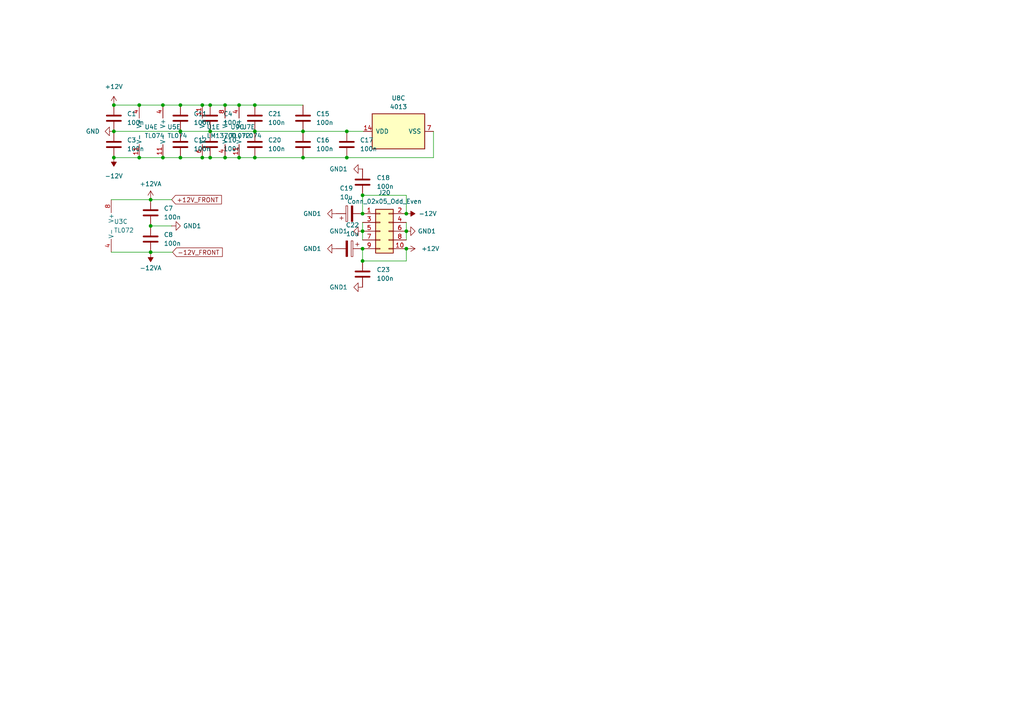
<source format=kicad_sch>
(kicad_sch (version 20250114) (generator "eeschema") (generator_version "9.0")
  (paper "A4")
  (lib_symbols
    (symbol "4xxx:4013" (pin_names (offset 1.016))
      (property "Reference" "U" (at -7.62 8.89 0))
      (property "Value" "4013" (at -7.62 -8.89 0))
      (symbol "4013_1_1"
        (rectangle (start -5.08 5.08) (end 5.08 -5.08) (stroke (width 0.254)) (fill (type background)))
        (pin input line (at -7.62 2.54 0) (length 2.54) (name "D") (number "5"))
        (pin input clock (at -7.62 0 0) (length 2.54) (name "C") (number "3"))
        (pin input line (at 0 7.62 270) (length 2.54) (name "S") (number "6"))
        (pin input line (at 0 -7.62 90) (length 2.54) (name "R") (number "4"))
        (pin output line (at 7.62 2.54 180) (length 2.54) (name "Q") (number "1"))
        (pin output line (at 7.62 -2.54 180) (length 2.54) (name "~{Q}") (number "2"))
      )
      (symbol "4013_2_1"
        (rectangle (start -5.08 5.08) (end 5.08 -5.08) (stroke (width 0.254)) (fill (type background)))
        (pin input line (at -7.62 2.54 0) (length 2.54) (name "D") (number "9"))
        (pin input clock (at -7.62 0 0) (length 2.54) (name "C") (number "11"))
        (pin input line (at 0 7.62 270) (length 2.54) (name "S") (number "8"))
        (pin input line (at 0 -7.62 90) (length 2.54) (name "R") (number "10"))
        (pin output line (at 7.62 2.54 180) (length 2.54) (name "Q") (number "13"))
        (pin output line (at 7.62 -2.54 180) (length 2.54) (name "~{Q}") (number "12"))
      )
      (symbol "4013_3_0"
        (pin power_in line (at 0 10.16 270) (length 2.54) (name "VDD") (number "14"))
        (pin power_in line (at 0 -10.16 90) (length 2.54) (name "VSS") (number "7"))
      )
      (symbol "4013_3_1"
        (rectangle (start -5.08 7.62) (end 5.08 -7.62) (stroke (width 0.254)) (fill (type background)))
      )
    )
    (symbol "Amplifier_Operational:LM13700" (pin_names (offset 0.127))
      (property "Reference" "U" (at 3.81 5.08 0))
      (property "Value" "LM13700" (at 5.08 -5.08 0))
      (symbol "LM13700_1_1"
        (polyline (pts (xy 3.81 -0.635) (xy 3.81 -2.54) (xy 5.08 -2.54)))
        (polyline (pts (xy 5.08 0) (xy -5.08 -5.08) (xy -5.08 5.08) (xy 5.08 0)) (stroke (width 0.254)) (fill (type background)))
        (pin input line (at -7.62 2.54 0) (length 2.54) (name "-") (number "13"))
        (pin input line (at -7.62 0 0) (length 2.54) (name "DIODE_BIAS") (number "15"))
        (pin input line (at -7.62 -2.54 0) (length 2.54) (name "+") (number "14"))
        (pin output line (at 7.62 0 180) (length 2.54) (name "~") (number "12"))
        (pin input line (at 7.62 -2.54 180) (length 2.54) (name "~") (number "16"))
      )
      (symbol "LM13700_2_0"
        (polyline (pts (xy -1.905 2.54) (xy -3.175 2.54)))
      )
      (symbol "LM13700_2_1"
        (polyline (pts (xy -3.81 1.27) (xy -3.81 -1.27)))
        (polyline (pts (xy -3.81 0.635) (xy -2.54 1.27) (xy -2.54 1.905) (xy -2.54 2.54)))
        (polyline (pts (xy -3.81 -0.635) (xy -2.54 -1.27)))
        (circle (center -2.54 1.905) (radius 0.254) (stroke (width 0.254)) (fill (type outline)))
        (polyline (pts (xy -2.54 0) (xy -2.54 -2.54)))
        (polyline (pts (xy -2.54 -0.635) (xy -1.27 0) (xy -1.27 1.905) (xy -2.54 1.905)))
        (polyline (pts (xy -2.54 -1.27) (xy -3.175 -0.635) (xy -3.175 -1.27) (xy -2.54 -1.27)) (fill (type outline)))
        (polyline (pts (xy -2.54 -1.905) (xy -1.27 -2.54)))
        (polyline (pts (xy -1.27 -2.54) (xy -1.905 -1.905) (xy -1.905 -2.54) (xy -1.27 -2.54)) (fill (type outline)))
        (text "V+" (at -2.54 3.81 0) (effects (font (size 1.27 1.27))))
        (pin input line (at -7.62 0 0) (length 3.81) (name "~") (number "10"))
        (pin output line (at 2.54 -2.54 180) (length 3.81) (name "~") (number "9"))
      )
      (symbol "LM13700_3_1"
        (polyline (pts (xy 3.81 -0.635) (xy 3.81 -2.54) (xy 5.08 -2.54)))
        (polyline (pts (xy 5.08 0) (xy -5.08 -5.08) (xy -5.08 5.08) (xy 5.08 0)) (stroke (width 0.254)) (fill (type background)))
        (pin input line (at -7.62 2.54 0) (length 2.54) (name "-") (number "4"))
        (pin input line (at -7.62 0 0) (length 2.54) (name "DIODE_BIAS") (number "2"))
        (pin input line (at -7.62 -2.54 0) (length 2.54) (name "+") (number "3"))
        (pin output line (at 7.62 0 180) (length 2.54) (name "~") (number "5"))
        (pin input line (at 7.62 -2.54 180) (length 2.54) (name "~") (number "1"))
      )
      (symbol "LM13700_4_0"
        (polyline (pts (xy -3.175 2.54) (xy -1.905 2.54)))
        (text "V+" (at -2.54 3.81 0) (effects (font (size 1.27 1.27))))
      )
      (symbol "LM13700_4_1"
        (polyline (pts (xy -3.81 1.27) (xy -3.81 -1.27)))
        (polyline (pts (xy -3.81 0.635) (xy -2.54 1.27) (xy -2.54 2.54)))
        (polyline (pts (xy -3.81 -0.635) (xy -2.54 -1.27)))
        (circle (center -2.54 1.905) (radius 0.254) (stroke (width 0.254)) (fill (type outline)))
        (polyline (pts (xy -2.54 0) (xy -2.54 -2.54)))
        (polyline (pts (xy -2.54 -0.635) (xy -1.27 0) (xy -1.27 1.905) (xy -2.54 1.905)))
        (polyline (pts (xy -2.54 -1.27) (xy -3.175 -0.635) (xy -3.175 -1.27) (xy -2.54 -1.27)) (fill (type outline)))
        (polyline (pts (xy -2.54 -1.905) (xy -1.27 -2.54)))
        (polyline (pts (xy -1.27 -2.54) (xy -1.905 -1.905) (xy -1.905 -2.54) (xy -1.27 -2.54)) (fill (type outline)))
        (pin input line (at -7.62 0 0) (length 3.81) (name "~") (number "7"))
        (pin output line (at 2.54 -2.54 180) (length 3.81) (name "~") (number "8"))
      )
      (symbol "LM13700_5_1"
        (pin power_in line (at -2.54 7.62 270) (length 3.81) (name "V+") (number "11"))
        (pin power_in line (at -2.54 -7.62 90) (length 3.81) (name "V-") (number "6"))
      )
    )
    (symbol "Amplifier_Operational:TL072" (pin_names (offset 0.127))
      (property "Reference" "U" (at 0 5.08 0))
      (property "Value" "TL072" (at 0 -5.08 0))
      (symbol "TL072_1_1"
        (polyline (pts (xy -5.08 5.08) (xy 5.08 0) (xy -5.08 -5.08) (xy -5.08 5.08)) (stroke (width 0.254)) (fill (type background)))
        (pin input line (at -7.62 2.54 0) (length 2.54) (name "+") (number "3"))
        (pin input line (at -7.62 -2.54 0) (length 2.54) (name "-") (number "2"))
        (pin output line (at 7.62 0 180) (length 2.54) (name "~") (number "1"))
      )
      (symbol "TL072_2_1"
        (polyline (pts (xy -5.08 5.08) (xy 5.08 0) (xy -5.08 -5.08) (xy -5.08 5.08)) (stroke (width 0.254)) (fill (type background)))
        (pin input line (at -7.62 2.54 0) (length 2.54) (name "+") (number "5"))
        (pin input line (at -7.62 -2.54 0) (length 2.54) (name "-") (number "6"))
        (pin output line (at 7.62 0 180) (length 2.54) (name "~") (number "7"))
      )
      (symbol "TL072_3_1"
        (pin power_in line (at -2.54 7.62 270) (length 3.81) (name "V+") (number "8"))
        (pin power_in line (at -2.54 -7.62 90) (length 3.81) (name "V-") (number "4"))
      )
    )
    (symbol "Amplifier_Operational:TL074" (pin_names (offset 0.127))
      (property "Reference" "U" (at 0 5.08 0))
      (property "Value" "TL074" (at 0 -5.08 0))
      (symbol "TL074_1_1"
        (polyline (pts (xy -5.08 5.08) (xy 5.08 0) (xy -5.08 -5.08) (xy -5.08 5.08)) (stroke (width 0.254)) (fill (type background)))
        (pin input line (at -7.62 2.54 0) (length 2.54) (name "+") (number "3"))
        (pin input line (at -7.62 -2.54 0) (length 2.54) (name "-") (number "2"))
        (pin output line (at 7.62 0 180) (length 2.54) (name "~") (number "1"))
      )
      (symbol "TL074_2_1"
        (polyline (pts (xy -5.08 5.08) (xy 5.08 0) (xy -5.08 -5.08) (xy -5.08 5.08)) (stroke (width 0.254)) (fill (type background)))
        (pin input line (at -7.62 2.54 0) (length 2.54) (name "+") (number "5"))
        (pin input line (at -7.62 -2.54 0) (length 2.54) (name "-") (number "6"))
        (pin output line (at 7.62 0 180) (length 2.54) (name "~") (number "7"))
      )
      (symbol "TL074_3_1"
        (polyline (pts (xy -5.08 5.08) (xy 5.08 0) (xy -5.08 -5.08) (xy -5.08 5.08)) (stroke (width 0.254)) (fill (type background)))
        (pin input line (at -7.62 2.54 0) (length 2.54) (name "+") (number "10"))
        (pin input line (at -7.62 -2.54 0) (length 2.54) (name "-") (number "9"))
        (pin output line (at 7.62 0 180) (length 2.54) (name "~") (number "8"))
      )
      (symbol "TL074_4_1"
        (polyline (pts (xy -5.08 5.08) (xy 5.08 0) (xy -5.08 -5.08) (xy -5.08 5.08)) (stroke (width 0.254)) (fill (type background)))
        (pin input line (at -7.62 2.54 0) (length 2.54) (name "+") (number "12"))
        (pin input line (at -7.62 -2.54 0) (length 2.54) (name "-") (number "13"))
        (pin output line (at 7.62 0 180) (length 2.54) (name "~") (number "14"))
      )
      (symbol "TL074_5_1"
        (pin power_in line (at -2.54 7.62 270) (length 3.81) (name "V+") (number "4"))
        (pin power_in line (at -2.54 -7.62 90) (length 3.81) (name "V-") (number "11"))
      )
    )
    (symbol "Connector_Generic:Conn_02x05_Odd_Even" (pin_names (offset 1.016) (hide yes))
      (property "Reference" "J" (at 1.27 7.62 0))
      (property "Value" "Conn_02x05_Odd_Even" (at 1.27 -7.62 0))
      (symbol "Conn_02x05_Odd_Even_1_1"
        (rectangle (start -1.27 6.35) (end 3.81 -6.35) (stroke (width 0.254)) (fill (type background)))
        (rectangle (start -1.27 5.207) (end 0 4.953) (stroke (width 0.1524)))
        (rectangle (start -1.27 2.667) (end 0 2.413) (stroke (width 0.1524)))
        (rectangle (start -1.27 0.127) (end 0 -0.127) (stroke (width 0.1524)))
        (rectangle (start -1.27 -2.413) (end 0 -2.667) (stroke (width 0.1524)))
        (rectangle (start -1.27 -4.953) (end 0 -5.207) (stroke (width 0.1524)))
        (rectangle (start 3.81 5.207) (end 2.54 4.953) (stroke (width 0.1524)))
        (rectangle (start 3.81 2.667) (end 2.54 2.413) (stroke (width 0.1524)))
        (rectangle (start 3.81 0.127) (end 2.54 -0.127) (stroke (width 0.1524)))
        (rectangle (start 3.81 -2.413) (end 2.54 -2.667) (stroke (width 0.1524)))
        (rectangle (start 3.81 -4.953) (end 2.54 -5.207) (stroke (width 0.1524)))
        (pin passive line (at -5.08 5.08 0) (length 3.81) (name "Pin_1") (number "1"))
        (pin passive line (at -5.08 2.54 0) (length 3.81) (name "Pin_3") (number "3"))
        (pin passive line (at -5.08 0 0) (length 3.81) (name "Pin_5") (number "5"))
        (pin passive line (at -5.08 -2.54 0) (length 3.81) (name "Pin_7") (number "7"))
        (pin passive line (at -5.08 -5.08 0) (length 3.81) (name "Pin_9") (number "9"))
        (pin passive line (at 7.62 5.08 180) (length 3.81) (name "Pin_2") (number "2"))
        (pin passive line (at 7.62 2.54 180) (length 3.81) (name "Pin_4") (number "4"))
        (pin passive line (at 7.62 0 180) (length 3.81) (name "Pin_6") (number "6"))
        (pin passive line (at 7.62 -2.54 180) (length 3.81) (name "Pin_8") (number "8"))
        (pin passive line (at 7.62 -5.08 180) (length 3.81) (name "Pin_10") (number "10"))
      )
    )
    (symbol "Device:C" (pin_numbers (hide yes)) (pin_names (offset 0.254))
      (property "Reference" "C" (at 0.635 2.54 0))
      (property "Value" "C" (at 0.635 -2.54 0))
      (symbol "C_0_1"
        (polyline (pts (xy -2.032 0.762) (xy 2.032 0.762)) (stroke (width 0.508)))
        (polyline (pts (xy -2.032 -0.762) (xy 2.032 -0.762)) (stroke (width 0.508)))
      )
      (symbol "C_1_1"
        (pin passive line (at 0 3.81 270) (length 2.794) (name "~") (number "1"))
        (pin passive line (at 0 -3.81 90) (length 2.794) (name "~") (number "2"))
      )
    )
    (symbol "Device:C_Polarized" (pin_numbers (hide yes)) (pin_names (offset 0.254))
      (property "Reference" "C" (at 0.635 2.54 0))
      (property "Value" "C_Polarized" (at 0.635 -2.54 0))
      (symbol "C_Polarized_0_1"
        (rectangle (start -2.286 0.508) (end 2.286 1.016))
        (polyline (pts (xy -1.778 2.286) (xy -0.762 2.286)))
        (polyline (pts (xy -1.27 2.794) (xy -1.27 1.778)))
        (rectangle (start 2.286 -0.508) (end -2.286 -1.016) (fill (type outline)))
      )
      (symbol "C_Polarized_1_1"
        (pin passive line (at 0 3.81 270) (length 2.794) (name "~") (number "1"))
        (pin passive line (at 0 -3.81 90) (length 2.794) (name "~") (number "2"))
      )
    )
    (symbol "EuroRackTools:+12V" (power) (pin_names (offset 0))
      (property "Value" "+12V" (at 0 3.556 0))
      (symbol "+12V_0_1"
        (polyline (pts (xy -0.762 1.27) (xy 0 2.54)))
        (polyline (pts (xy 0 2.54) (xy 0.762 1.27)))
        (polyline (pts (xy 0 0) (xy 0 2.54)))
      )
      (symbol "+12V_1_1"
        (pin power_in line (at 0 0 90) (length 0) (hide yes) (name "+12V") (number "1"))
      )
    )
    (symbol "EuroRackTools:-12V" (power) (pin_names (offset 0))
      (property "Value" "-12V" (at 0 3.81 0))
      (symbol "-12V_0_0"
        (pin power_in line (at 0 0 90) (length 0) (hide yes) (name "-12V") (number "1"))
      )
      (symbol "-12V_0_1"
        (polyline (pts (xy 0 0) (xy 0 1.27) (xy 0.762 1.27) (xy 0 2.54) (xy -0.762 1.27) (xy 0 1.27)) (fill (type outline)))
      )
    )
    (symbol "EuroRackTools:GND" (power) (pin_names (offset 0))
      (property "Value" "GND" (at 0 -3.81 0))
      (symbol "GND_0_1"
        (polyline (pts (xy 0 0) (xy 0 -1.27) (xy 1.27 -1.27) (xy 0 -2.54) (xy -1.27 -1.27) (xy 0 -1.27)))
      )
      (symbol "GND_1_1"
        (pin power_in line (at 0 0 270) (length 0) (hide yes) (name "GND") (number "1"))
      )
    )
    (symbol "power:+12VA" (power) (pin_numbers (hide yes)) (pin_names (offset 0) (hide yes))
      (property "Value" "+12VA" (at 0 3.556 0))
      (symbol "+12VA_0_1"
        (polyline (pts (xy -0.762 1.27) (xy 0 2.54)))
        (polyline (pts (xy 0 2.54) (xy 0.762 1.27)))
        (polyline (pts (xy 0 0) (xy 0 2.54)))
      )
      (symbol "+12VA_1_1"
        (pin power_in line (at 0 0 90) (length 0) (name "~") (number "1"))
      )
    )
    (symbol "power:-12VA" (power) (pin_numbers (hide yes)) (pin_names (offset 0) (hide yes))
      (property "Value" "-12VA" (at 0 3.556 0))
      (symbol "-12VA_0_0"
        (pin power_in line (at 0 0 90) (length 0) (name "~") (number "1"))
      )
      (symbol "-12VA_0_1"
        (polyline (pts (xy 0 0) (xy 0 1.27) (xy 0.762 1.27) (xy 0 2.54) (xy -0.762 1.27) (xy 0 1.27)) (fill (type outline)))
      )
    )
    (symbol "power:GND1" (power) (pin_numbers (hide yes)) (pin_names (offset 0) (hide yes))
      (property "Value" "GND1" (at 0 -3.81 0))
      (symbol "GND1_0_1"
        (polyline (pts (xy 0 0) (xy 0 -1.27) (xy 1.27 -1.27) (xy 0 -2.54) (xy -1.27 -1.27) (xy 0 -1.27)))
      )
      (symbol "GND1_1_1"
        (pin power_in line (at 0 0 270) (length 0) (name "~") (number "1"))
      )
    )
  )
  (junction (at 105.156 72.136))
  (junction (at 58.674 45.72))
  (junction (at 33.02 45.72))
  (junction (at 43.688 65.532))
  (junction (at 87.884 45.72))
  (junction (at 105.156 61.976))
  (junction (at 40.386 45.72))
  (junction (at 58.674 30.48))
  (junction (at 100.584 38.1))
  (junction (at 73.914 45.72))
  (junction (at 60.96 45.72))
  (junction (at 47.244 45.72))
  (junction (at 117.856 67.056))
  (junction (at 87.884 38.1))
  (junction (at 117.856 61.976))
  (junction (at 60.96 30.48))
  (junction (at 65.278 30.48))
  (junction (at 65.278 45.72))
  (junction (at 47.244 30.48))
  (junction (at 60.96 38.1))
  (junction (at 100.584 45.72))
  (junction (at 69.342 45.72))
  (junction (at 40.386 30.48))
  (junction (at 33.02 30.48))
  (junction (at 43.688 57.912))
  (junction (at 33.02 38.1))
  (junction (at 73.914 38.1))
  (junction (at 117.856 72.136))
  (junction (at 52.324 45.72))
  (junction (at 105.156 75.692))
  (junction (at 105.156 56.642))
  (junction (at 52.324 38.1))
  (junction (at 105.156 67.056))
  (junction (at 69.342 30.48))
  (junction (at 43.688 73.152))
  (junction (at 52.324 30.48))
  (junction (at 73.914 30.48))
  (wire (pts (xy 52.324 30.48) (xy 58.674 30.48)))
  (wire (pts (xy 87.884 38.1) (xy 100.584 38.1)))
  (wire (pts (xy 69.342 45.72) (xy 73.914 45.72)))
  (wire (pts (xy 47.244 45.72) (xy 52.324 45.72)))
  (wire (pts (xy 73.914 38.1) (xy 87.884 38.1)))
  (wire (pts (xy 47.244 30.48) (xy 52.324 30.48)))
  (wire (pts (xy 87.884 45.72) (xy 100.584 45.72)))
  (wire (pts (xy 52.324 45.72) (xy 58.674 45.72)))
  (wire (pts (xy 69.342 30.48) (xy 73.914 30.48)))
  (wire (pts (xy 40.386 30.48) (xy 47.244 30.48)))
  (wire (pts (xy 52.324 38.1) (xy 60.96 38.1)))
  (wire (pts (xy 43.688 57.912) (xy 49.784 57.912)))
  (wire (pts (xy 105.156 72.136) (xy 105.156 75.692)))
  (wire (pts (xy 58.674 45.72) (xy 60.96 45.72)))
  (wire (pts (xy 58.674 30.48) (xy 60.96 30.48)))
  (wire (pts (xy 125.73 45.72) (xy 125.73 38.1)))
  (wire (pts (xy 60.96 45.72) (xy 65.278 45.72)))
  (wire (pts (xy 43.688 73.406) (xy 43.688 73.152)))
  (wire (pts (xy 65.278 45.72) (xy 69.342 45.72)))
  (wire (pts (xy 100.584 45.72) (xy 125.73 45.72)))
  (wire (pts (xy 105.156 64.516) (xy 105.156 67.056)))
  (wire (pts (xy 105.156 61.976) (xy 105.156 56.642)))
  (wire (pts (xy 117.856 75.692) (xy 117.856 72.136)))
  (wire (pts (xy 105.156 75.692) (xy 117.856 75.692)))
  (wire (pts (xy 33.02 38.1) (xy 52.324 38.1)))
  (wire (pts (xy 60.96 30.48) (xy 65.278 30.48)))
  (wire (pts (xy 40.386 45.72) (xy 47.244 45.72)))
  (wire (pts (xy 117.856 56.642) (xy 117.856 61.976)))
  (wire (pts (xy 105.156 67.056) (xy 105.156 69.596)))
  (wire (pts (xy 73.914 45.72) (xy 87.884 45.72)))
  (wire (pts (xy 117.856 64.516) (xy 117.856 67.056)))
  (wire (pts (xy 100.584 38.1) (xy 105.41 38.1)))
  (wire (pts (xy 105.156 56.642) (xy 117.856 56.642)))
  (wire (pts (xy 32.258 57.912) (xy 43.688 57.912)))
  (wire (pts (xy 65.278 30.48) (xy 69.342 30.48)))
  (wire (pts (xy 117.856 67.056) (xy 117.856 69.596)))
  (wire (pts (xy 73.914 30.48) (xy 87.884 30.48)))
  (wire (pts (xy 43.688 73.152) (xy 50.038 73.152)))
  (wire (pts (xy 43.688 65.532) (xy 49.784 65.532)))
  (wire (pts (xy 32.258 73.152) (xy 43.688 73.152)))
  (wire (pts (xy 60.96 38.1) (xy 73.914 38.1)))
  (wire (pts (xy 33.02 30.48) (xy 40.386 30.48)))
  (wire (pts (xy 33.02 45.72) (xy 40.386 45.72)))
  (global_label "+12V_FRONT" (shape input) (at 49.784 57.912 0) (property "Intersheetrefs" "${INTERSHEET_REFS}" (effects (hide yes))))
  (global_label "-12V_FRONT" (shape input) (at 50.038 73.152 0) (property "Intersheetrefs" "${INTERSHEET_REFS}" (effects (hide yes))))
  (symbol (lib_id "power:GND1") (at 49.784 65.532 90) (unit 1)
    (property "Reference" "#PWR029" (effects (hide yes)))
    (property "Value" "GND1" (at 53.086 65.5319 90) (effects (justify right)))
    (property "Description" "Power symbol creates a global label with name \"GND1\" , ground" (effects (hide yes)))
  )
  (symbol (lib_id "power:GND1") (at 97.536 72.136 270) (unit 1)
    (property "Reference" "#PWR080" (effects (hide yes)))
    (property "Value" "GND1" (at 93.218 72.1359 90) (effects (justify right)))
    (property "Description" "Power symbol creates a global label with name \"GND1\" , ground" (effects (hide yes)))
  )
  (symbol (lib_id "EuroRackTools:-12V") (at 33.02 45.72 180) (unit 1)
    (property "Reference" "#PWR020" (effects (hide yes)))
    (property "Value" "-12V" (at 33.02 51.054 0))
    (property "Description" "Power symbol creates a global label with name \"-12V\"" (effects (hide yes)))
  )
  (symbol (lib_id "Device:C") (at 52.324 41.91 0) (unit 1)
    (property "Reference" "C12" (at 56.134 40.6399 0) (effects (justify left)))
    (property "Value" "100n" (at 56.134 43.1799 0) (effects (justify left)))
    (property "Footprint" "Capacitor_SMD:C_0603_1608Metric_Pad1.08x0.95mm_HandSolder" (effects (hide yes)))
    (property "Description" "Unpolarized capacitor" (effects (hide yes)))
  )
  (symbol (lib_id "Device:C") (at 105.156 52.832 0) (unit 1)
    (property "Reference" "C18" (at 109.22 51.5619 0) (effects (justify left)))
    (property "Value" "100n" (at 109.22 54.1019 0) (effects (justify left)))
    (property "Footprint" "Capacitor_SMD:C_0603_1608Metric_Pad1.08x0.95mm_HandSolder" (effects (hide yes)))
    (property "Description" "Unpolarized capacitor" (effects (hide yes)))
  )
  (symbol (lib_id "Amplifier_Operational:TL074") (at 42.926 38.1 0) (unit 5)
    (property "Reference" "U4" (at 41.91 36.8299 0) (effects (justify left)))
    (property "Value" "TL074" (at 41.91 39.3699 0) (effects (justify left)))
    (property "Footprint" "Package_SO:SOIC-14_3.9x8.7mm_P1.27mm" (effects (hide yes)))
    (property "Datasheet" "http://www.ti.com/lit/ds/symlink/tl071.pdf" (effects (hide yes)))
    (property "Description" "Quad Low-Noise JFET-Input Operational Amplifiers, DIP-14/SOIC-14" (effects (hide yes)))
  )
  (symbol (lib_id "EuroRackTools:GND") (at 33.02 38.1 270) (unit 1)
    (property "Reference" "#PWR019" (effects (hide yes)))
    (property "Value" "GND" (at 28.956 38.0999 90) (effects (justify right)))
    (property "Description" "Power symbol creates a global label with name \"GND\" , ground" (effects (hide yes)))
  )
  (symbol (lib_id "power:GND1") (at 97.536 61.976 270) (unit 1)
    (property "Reference" "#PWR081" (effects (hide yes)))
    (property "Value" "GND1" (at 93.218 61.9759 90) (effects (justify right)))
    (property "Description" "Power symbol creates a global label with name \"GND1\" , ground" (effects (hide yes)))
  )
  (symbol (lib_id "Device:C") (at 33.02 34.29 0) (unit 1)
    (property "Reference" "C1" (at 36.83 33.0199 0) (effects (justify left)))
    (property "Value" "100n" (at 36.83 35.5599 0) (effects (justify left)))
    (property "Footprint" "Capacitor_SMD:C_0603_1608Metric_Pad1.08x0.95mm_HandSolder" (effects (hide yes)))
    (property "Description" "Unpolarized capacitor" (effects (hide yes)))
  )
  (symbol (lib_id "power:GND1") (at 105.156 67.056 270) (unit 1)
    (property "Reference" "#PWR011" (effects (hide yes)))
    (property "Value" "GND1" (at 100.838 67.0559 90) (effects (justify right)))
    (property "Description" "Power symbol creates a global label with name \"GND1\" , ground" (effects (hide yes)))
  )
  (symbol (lib_id "Device:C_Polarized") (at 101.346 72.136 270) (unit 1)
    (property "Reference" "C22" (at 102.235 65.278 90))
    (property "Value" "10u" (at 102.235 67.818 90))
    (property "Footprint" "Capacitor_SMD:CP_Elec_4x5.8" (effects (hide yes)))
    (property "Description" "Polarized capacitor" (effects (hide yes)))
  )
  (symbol (lib_id "Device:C") (at 87.884 34.29 0) (unit 1)
    (property "Reference" "C15" (at 91.694 33.0199 0) (effects (justify left)))
    (property "Value" "100n" (at 91.694 35.5599 0) (effects (justify left)))
    (property "Footprint" "Capacitor_SMD:C_0603_1608Metric_Pad1.08x0.95mm_HandSolder" (effects (hide yes)))
    (property "Description" "Unpolarized capacitor" (effects (hide yes)))
  )
  (symbol (lib_id "Amplifier_Operational:TL072") (at 67.818 38.1 0) (unit 3)
    (property "Reference" "U9" (at 66.802 36.8299 0) (effects (justify left)))
    (property "Value" "TL072" (at 66.802 39.3699 0) (effects (justify left)))
    (property "Footprint" "Package_SO:SOIC-8_3.9x4.9mm_P1.27mm" (effects (hide yes)))
    (property "Datasheet" "http://www.ti.com/lit/ds/symlink/tl071.pdf" (effects (hide yes)))
    (property "Description" "Dual Low-Noise JFET-Input Operational Amplifiers, DIP-8/SOIC-8" (effects (hide yes)))
  )
  (symbol (lib_id "Device:C") (at 105.156 79.502 0) (unit 1)
    (property "Reference" "C23" (at 109.22 78.2319 0) (effects (justify left)))
    (property "Value" "100n" (at 109.22 80.7719 0) (effects (justify left)))
    (property "Footprint" "Capacitor_SMD:C_0603_1608Metric_Pad1.08x0.95mm_HandSolder" (effects (hide yes)))
    (property "Description" "Unpolarized capacitor" (effects (hide yes)))
  )
  (symbol (lib_id "Device:C") (at 73.914 41.91 0) (unit 1)
    (property "Reference" "C20" (at 77.724 40.6399 0) (effects (justify left)))
    (property "Value" "100n" (at 77.724 43.1799 0) (effects (justify left)))
    (property "Footprint" "Capacitor_SMD:C_0603_1608Metric_Pad1.08x0.95mm_HandSolder" (effects (hide yes)))
    (property "Description" "Unpolarized capacitor" (effects (hide yes)))
  )
  (symbol (lib_id "power:+12VA") (at 43.688 57.912 0) (unit 1)
    (property "Reference" "#PWR08" (effects (hide yes)))
    (property "Value" "+12VA" (at 43.688 53.34 0))
    (property "Description" "Power symbol creates a global label with name \"+12VA\"" (effects (hide yes)))
  )
  (symbol (lib_id "Device:C") (at 60.96 41.91 0) (unit 1)
    (property "Reference" "C10" (at 64.77 40.6399 0) (effects (justify left)))
    (property "Value" "100n" (at 64.77 43.1799 0) (effects (justify left)))
    (property "Footprint" "Capacitor_SMD:C_0603_1608Metric_Pad1.08x0.95mm_HandSolder" (effects (hide yes)))
    (property "Description" "Unpolarized capacitor" (effects (hide yes)))
  )
  (symbol (lib_id "Device:C") (at 60.96 34.29 0) (unit 1)
    (property "Reference" "C4" (at 64.77 33.0199 0) (effects (justify left)))
    (property "Value" "100n" (at 64.77 35.5599 0) (effects (justify left)))
    (property "Footprint" "Capacitor_SMD:C_0603_1608Metric_Pad1.08x0.95mm_HandSolder" (effects (hide yes)))
    (property "Description" "Unpolarized capacitor" (effects (hide yes)))
  )
  (symbol (lib_id "power:-12VA") (at 43.688 73.406 180) (unit 1)
    (property "Reference" "#PWR077" (effects (hide yes)))
    (property "Value" "-12VA" (at 43.688 77.724 0))
    (property "Description" "Power symbol creates a global label with name \"-12VA\"" (effects (hide yes)))
  )
  (symbol (lib_id "Device:C") (at 87.884 41.91 0) (unit 1)
    (property "Reference" "C16" (at 91.694 40.6399 0) (effects (justify left)))
    (property "Value" "100n" (at 91.694 43.1799 0) (effects (justify left)))
    (property "Footprint" "Capacitor_SMD:C_0603_1608Metric_Pad1.08x0.95mm_HandSolder" (effects (hide yes)))
    (property "Description" "Unpolarized capacitor" (effects (hide yes)))
  )
  (symbol (lib_id "power:GND1") (at 117.856 67.056 90) (unit 1)
    (property "Reference" "#PWR010" (effects (hide yes)))
    (property "Value" "GND1" (at 121.158 67.0559 90) (effects (justify right)))
    (property "Description" "Power symbol creates a global label with name \"GND1\" , ground" (effects (hide yes)))
  )
  (symbol (lib_id "Device:C") (at 43.688 61.722 0) (unit 1)
    (property "Reference" "C7" (at 47.498 60.4519 0) (effects (justify left)))
    (property "Value" "100n" (at 47.498 62.9919 0) (effects (justify left)))
    (property "Footprint" "Capacitor_SMD:C_0603_1608Metric_Pad1.08x0.95mm_HandSolder" (effects (hide yes)))
    (property "Description" "Unpolarized capacitor" (effects (hide yes)))
  )
  (symbol (lib_id "power:GND1") (at 105.156 49.022 270) (unit 1)
    (property "Reference" "#PWR085" (effects (hide yes)))
    (property "Value" "GND1" (at 100.838 49.0219 90) (effects (justify right)))
    (property "Description" "Power symbol creates a global label with name \"GND1\" , ground" (effects (hide yes)))
  )
  (symbol (lib_id "Amplifier_Operational:TL074") (at 71.882 38.1 0) (unit 5)
    (property "Reference" "U7" (at 70.104 36.8299 0) (effects (justify left)))
    (property "Value" "TL074" (at 70.104 39.3699 0) (effects (justify left)))
    (property "Footprint" "Package_SO:SOIC-14_3.9x8.7mm_P1.27mm" (effects (hide yes)))
    (property "Datasheet" "http://www.ti.com/lit/ds/symlink/tl071.pdf" (effects (hide yes)))
    (property "Description" "Quad Low-Noise JFET-Input Operational Amplifiers, DIP-14/SOIC-14" (effects (hide yes)))
  )
  (symbol (lib_id "Device:C") (at 43.688 69.342 0) (unit 1)
    (property "Reference" "C8" (at 47.498 68.0719 0) (effects (justify left)))
    (property "Value" "100n" (at 47.498 70.6119 0) (effects (justify left)))
    (property "Footprint" "Capacitor_SMD:C_0603_1608Metric_Pad1.08x0.95mm_HandSolder" (effects (hide yes)))
    (property "Description" "Unpolarized capacitor" (effects (hide yes)))
  )
  (symbol (lib_id "Device:C") (at 73.914 34.29 0) (unit 1)
    (property "Reference" "C21" (at 77.724 33.0199 0) (effects (justify left)))
    (property "Value" "100n" (at 77.724 35.5599 0) (effects (justify left)))
    (property "Footprint" "Capacitor_SMD:C_0603_1608Metric_Pad1.08x0.95mm_HandSolder" (effects (hide yes)))
    (property "Description" "Unpolarized capacitor" (effects (hide yes)))
  )
  (symbol (lib_id "EuroRackTools:+12V") (at 33.02 30.48 0) (unit 1)
    (property "Reference" "#PWR018" (effects (hide yes)))
    (property "Value" "+12V" (at 33.02 25.146 0))
    (property "Description" "Power symbol creates a global label with name \"+12V\"" (effects (hide yes)))
  )
  (symbol (lib_id "EuroRackTools:-12V") (at 117.856 61.976 270) (unit 1)
    (property "Reference" "#PWR079" (effects (hide yes)))
    (property "Value" "-12V" (at 121.412 61.9759 90) (effects (justify left)))
    (property "Description" "Power symbol creates a global label with name \"-12V\"" (effects (hide yes)))
  )
  (symbol (lib_id "power:GND1") (at 105.156 83.312 270) (unit 1)
    (property "Reference" "#PWR086" (effects (hide yes)))
    (property "Value" "GND1" (at 100.838 83.3119 90) (effects (justify right)))
    (property "Description" "Power symbol creates a global label with name \"GND1\" , ground" (effects (hide yes)))
  )
  (symbol (lib_id "Amplifier_Operational:TL072") (at 34.798 65.532 0) (unit 3)
    (property "Reference" "U3" (at 33.02 64.2619 0) (effects (justify left)))
    (property "Value" "TL072" (at 33.02 66.8019 0) (effects (justify left)))
    (property "Footprint" "Package_SO:SOIC-8_3.9x4.9mm_P1.27mm" (effects (hide yes)))
    (property "Datasheet" "http://www.ti.com/lit/ds/symlink/tl071.pdf" (effects (hide yes)))
    (property "Description" "Dual Low-Noise JFET-Input Operational Amplifiers, DIP-8/SOIC-8" (effects (hide yes)))
  )
  (symbol (lib_id "Device:C") (at 33.02 41.91 0) (unit 1)
    (property "Reference" "C3" (at 36.83 40.6399 0) (effects (justify left)))
    (property "Value" "100n" (at 36.83 43.1799 0) (effects (justify left)))
    (property "Footprint" "Capacitor_SMD:C_0603_1608Metric_Pad1.08x0.95mm_HandSolder" (effects (hide yes)))
    (property "Description" "Unpolarized capacitor" (effects (hide yes)))
  )
  (symbol (lib_id "Connector_Generic:Conn_02x05_Odd_Even") (at 110.236 67.056 0) (unit 1)
    (property "Reference" "J20" (at 111.506 55.88 0))
    (property "Value" "Conn_02x05_Odd_Even" (at 111.506 58.42 0))
    (property "Footprint" "Connector_IDC:IDC-Header_2x05_P2.54mm_Vertical" (effects (hide yes)))
    (property "Description" "Generic connector, double row, 02x05, odd/even pin numbering scheme (row 1 odd numbers, row 2 even numbers), script generated (kicad-library-utils/schlib/autogen/connector/)" (effects (hide yes)))
  )
  (symbol (lib_id "Device:C") (at 100.584 41.91 0) (unit 1)
    (property "Reference" "C17" (at 104.394 40.6399 0) (effects (justify left)))
    (property "Value" "100n" (at 104.394 43.1799 0) (effects (justify left)))
    (property "Footprint" "Capacitor_SMD:C_0603_1608Metric_Pad1.08x0.95mm_HandSolder" (effects (hide yes)))
    (property "Description" "Unpolarized capacitor" (effects (hide yes)))
  )
  (symbol (lib_id "EuroRackTools:+12V") (at 117.856 72.136 270) (unit 1)
    (property "Reference" "#PWR073" (effects (hide yes)))
    (property "Value" "+12V" (at 122.174 72.1359 90) (effects (justify left)))
    (property "Description" "Power symbol creates a global label with name \"+12V\"" (effects (hide yes)))
  )
  (symbol (lib_id "4xxx:4013") (at 115.57 38.1 90) (unit 3)
    (property "Reference" "U8" (at 115.57 28.448 90))
    (property "Value" "4013" (at 115.57 30.988 90))
    (property "Footprint" "Package_SO:SOIC-14_3.9x8.7mm_P1.27mm" (effects (hide yes)))
    (property "Datasheet" "http://www.onsemi.com/pub/Collateral/MC14013B-D.PDF" (effects (hide yes)))
    (property "Description" "Dual D  FlipFlop, Set & reset" (effects (hide yes)))
  )
  (symbol (lib_id "Device:C") (at 52.324 34.29 0) (unit 1)
    (property "Reference" "C11" (at 56.134 33.0199 0) (effects (justify left)))
    (property "Value" "100n" (at 56.134 35.5599 0) (effects (justify left)))
    (property "Footprint" "Capacitor_SMD:C_0603_1608Metric_Pad1.08x0.95mm_HandSolder" (effects (hide yes)))
    (property "Description" "Unpolarized capacitor" (effects (hide yes)))
  )
  (symbol (lib_id "Device:C_Polarized") (at 101.346 61.976 90) (unit 1)
    (property "Reference" "C19" (at 100.457 54.61 90))
    (property "Value" "10u" (at 100.457 57.15 90))
    (property "Footprint" "Capacitor_SMD:CP_Elec_4x5.8" (effects (hide yes)))
    (property "Description" "Polarized capacitor" (effects (hide yes)))
  )
  (symbol (lib_id "Amplifier_Operational:LM13700") (at 61.214 38.1 0) (unit 5)
    (property "Reference" "U1" (at 59.944 36.8299 0) (effects (justify left)))
    (property "Value" "LM13700" (at 59.944 39.3699 0) (effects (justify left)))
    (property "Footprint" "Package_SO:SOIC-16_3.9x9.9mm_P1.27mm" (effects (hide yes)))
    (property "Datasheet" "http://www.ti.com/lit/ds/symlink/lm13700.pdf" (effects (hide yes)))
    (property "Description" "Dual Operational Transconductance Amplifiers with Linearizing Diodes and Buffers, DIP-16/SOIC-16" (effects (hide yes)))
  )
  (symbol (lib_id "Amplifier_Operational:TL074") (at 49.784 38.1 0) (unit 5)
    (property "Reference" "U5" (at 48.514 36.8299 0) (effects (justify left)))
    (property "Value" "TL074" (at 48.514 39.3699 0) (effects (justify left)))
    (property "Footprint" "Package_SO:SOIC-14_3.9x8.7mm_P1.27mm" (effects (hide yes)))
    (property "Datasheet" "http://www.ti.com/lit/ds/symlink/tl071.pdf" (effects (hide yes)))
    (property "Description" "Quad Low-Noise JFET-Input Operational Amplifiers, DIP-14/SOIC-14" (effects (hide yes)))
  )
)
</source>
